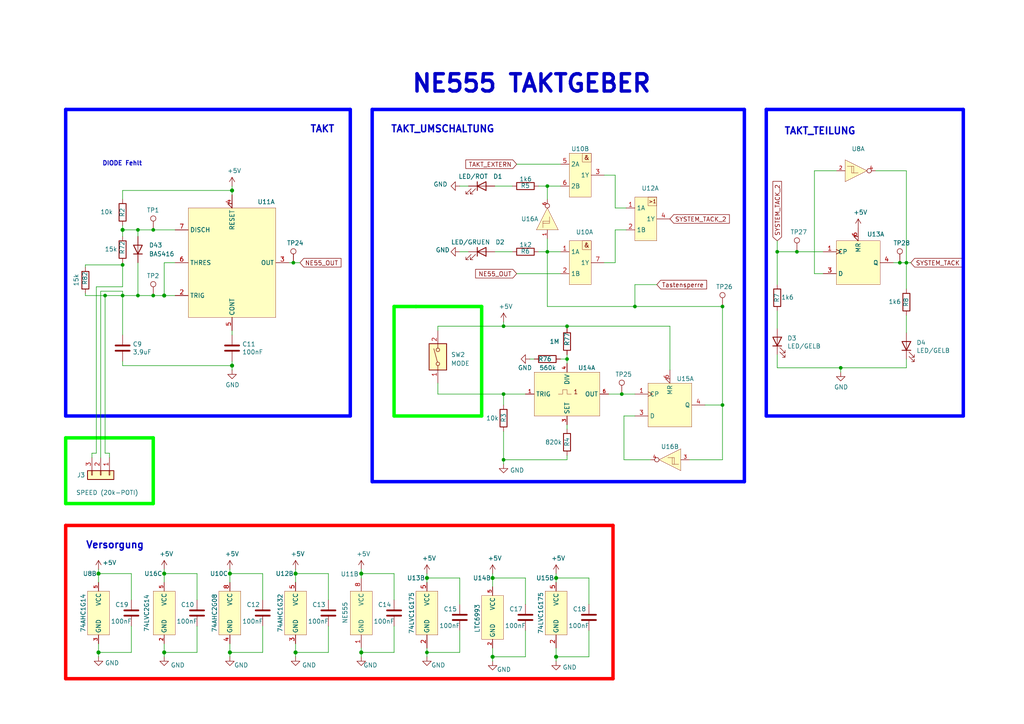
<source format=kicad_sch>
(kicad_sch (version 20210126) (generator eeschema)
  (paper "A4")
  (title_block (title "Kabeltester") (company "BMK Group") (comment 1 "Erstellt: Maximilian Hoffmann") (comment 2 "Geprüft: Robert Schulz"))
  (junction (at 28.575 166.37) (diameter 1.016))
  (junction (at 28.575 189.23) (diameter 1.016))
  (junction (at 30.48 85.725) (diameter 0.9144))
  (junction (at 35.56 66.675) (diameter 1.016))
  (junction (at 35.56 76.835) (diameter 0.9144))
  (junction (at 35.56 85.725) (diameter 0.9144))
  (junction (at 40.005 66.675) (diameter 0.9144))
  (junction (at 40.005 85.725) (diameter 0.9144))
  (junction (at 44.45 66.675) (diameter 0.9144))
  (junction (at 44.45 85.725) (diameter 0.9144))
  (junction (at 47.625 85.725) (diameter 1.016))
  (junction (at 47.625 166.37) (diameter 1.016))
  (junction (at 47.625 189.23) (diameter 1.016))
  (junction (at 66.675 166.37) (diameter 1.016))
  (junction (at 66.675 189.23) (diameter 1.016))
  (junction (at 67.31 55.245) (diameter 1.016))
  (junction (at 67.31 106.045) (diameter 1.016))
  (junction (at 85.09 76.2) (diameter 0.9144))
  (junction (at 85.725 166.37) (diameter 1.016))
  (junction (at 85.725 189.23) (diameter 1.016))
  (junction (at 104.775 166.37) (diameter 1.016))
  (junction (at 104.775 189.23) (diameter 1.016))
  (junction (at 123.825 167.64) (diameter 1.016))
  (junction (at 123.825 189.23) (diameter 0.9144))
  (junction (at 142.875 167.64) (diameter 1.016))
  (junction (at 142.875 190.5) (diameter 1.016))
  (junction (at 146.05 94.615) (diameter 0.9144))
  (junction (at 146.05 114.3) (diameter 0.9144))
  (junction (at 146.05 133.35) (diameter 0.9144))
  (junction (at 158.75 53.975) (diameter 0.9144))
  (junction (at 158.75 73.025) (diameter 0.9144))
  (junction (at 161.29 167.64) (diameter 1.016))
  (junction (at 161.29 190.5) (diameter 1.016))
  (junction (at 164.465 94.615) (diameter 0.9144))
  (junction (at 164.465 104.14) (diameter 0.9144))
  (junction (at 180.34 114.3) (diameter 0.9144))
  (junction (at 184.15 88.9) (diameter 0.9144))
  (junction (at 209.55 88.9) (diameter 0.9144))
  (junction (at 209.55 117.475) (diameter 0.9144))
  (junction (at 225.425 73.025) (diameter 0.9144))
  (junction (at 231.14 73.025) (diameter 0.9144))
  (junction (at 243.84 106.68) (diameter 0.9144))
  (junction (at 260.985 76.2) (diameter 0.9144))
  (junction (at 262.89 76.2) (diameter 0.9144))
  (wire (pts (xy 24.765 76.835) (xy 35.56 76.835)))
  (wire (pts (xy 24.765 77.47) (xy 24.765 76.835)))
  (wire (pts (xy 24.765 85.725) (xy 24.765 85.09)))
  (wire (pts (xy 24.765 85.725) (xy 30.48 85.725)))
  (wire (pts (xy 26.67 131.445) (xy 27.94 131.445)))
  (wire (pts (xy 26.67 132.715) (xy 26.67 131.445)))
  (wire (pts (xy 27.94 83.185) (xy 27.94 131.445)))
  (wire (pts (xy 27.94 83.185) (xy 35.56 83.185)))
  (wire (pts (xy 28.575 165.1) (xy 28.575 166.37)))
  (wire (pts (xy 28.575 166.37) (xy 28.575 168.91)))
  (wire (pts (xy 28.575 186.69) (xy 28.575 189.23)))
  (wire (pts (xy 28.575 189.23) (xy 28.575 190.5)))
  (wire (pts (xy 29.21 84.455) (xy 29.21 132.715)))
  (wire (pts (xy 29.21 84.455) (xy 35.56 84.455)))
  (wire (pts (xy 30.48 85.725) (xy 30.48 131.445)))
  (wire (pts (xy 30.48 85.725) (xy 35.56 85.725)))
  (wire (pts (xy 30.48 131.445) (xy 31.75 131.445)))
  (wire (pts (xy 31.75 131.445) (xy 31.75 132.715)))
  (wire (pts (xy 35.56 55.245) (xy 35.56 57.785)))
  (wire (pts (xy 35.56 55.245) (xy 67.31 55.245)))
  (wire (pts (xy 35.56 65.405) (xy 35.56 66.675)))
  (wire (pts (xy 35.56 66.675) (xy 35.56 68.58)))
  (wire (pts (xy 35.56 66.675) (xy 40.005 66.675)))
  (wire (pts (xy 35.56 76.2) (xy 35.56 76.835)))
  (wire (pts (xy 35.56 76.835) (xy 35.56 83.185)))
  (wire (pts (xy 35.56 84.455) (xy 35.56 85.725)))
  (wire (pts (xy 35.56 85.725) (xy 40.005 85.725)))
  (wire (pts (xy 35.56 97.155) (xy 35.56 85.725)))
  (wire (pts (xy 35.56 104.775) (xy 35.56 106.045)))
  (wire (pts (xy 35.56 106.045) (xy 67.31 106.045)))
  (wire (pts (xy 38.1 166.37) (xy 28.575 166.37)))
  (wire (pts (xy 38.1 173.99) (xy 38.1 166.37)))
  (wire (pts (xy 38.1 181.61) (xy 38.1 189.23)))
  (wire (pts (xy 38.1 189.23) (xy 28.575 189.23)))
  (wire (pts (xy 40.005 66.675) (xy 40.005 68.58)))
  (wire (pts (xy 40.005 66.675) (xy 44.45 66.675)))
  (wire (pts (xy 40.005 76.2) (xy 40.005 85.725)))
  (wire (pts (xy 40.005 85.725) (xy 44.45 85.725)))
  (wire (pts (xy 44.45 66.675) (xy 50.8 66.675)))
  (wire (pts (xy 44.45 85.725) (xy 47.625 85.725)))
  (wire (pts (xy 47.625 76.2) (xy 47.625 85.725)))
  (wire (pts (xy 47.625 85.725) (xy 50.8 85.725)))
  (wire (pts (xy 47.625 165.1) (xy 47.625 166.37)))
  (wire (pts (xy 47.625 166.37) (xy 47.625 168.91)))
  (wire (pts (xy 47.625 186.69) (xy 47.625 189.23)))
  (wire (pts (xy 47.625 189.23) (xy 47.625 190.5)))
  (wire (pts (xy 50.8 76.2) (xy 47.625 76.2)))
  (wire (pts (xy 57.15 166.37) (xy 47.625 166.37)))
  (wire (pts (xy 57.15 173.99) (xy 57.15 166.37)))
  (wire (pts (xy 57.15 181.61) (xy 57.15 189.23)))
  (wire (pts (xy 57.15 189.23) (xy 47.625 189.23)))
  (wire (pts (xy 66.675 165.1) (xy 66.675 166.37)))
  (wire (pts (xy 66.675 166.37) (xy 66.675 168.91)))
  (wire (pts (xy 66.675 186.69) (xy 66.675 189.23)))
  (wire (pts (xy 66.675 189.23) (xy 66.675 190.5)))
  (wire (pts (xy 67.31 53.975) (xy 67.31 55.245)))
  (wire (pts (xy 67.31 55.245) (xy 67.31 56.515)))
  (wire (pts (xy 67.31 95.885) (xy 67.31 97.155)))
  (wire (pts (xy 67.31 104.775) (xy 67.31 106.045)))
  (wire (pts (xy 67.31 106.045) (xy 67.31 107.315)))
  (wire (pts (xy 76.2 166.37) (xy 66.675 166.37)))
  (wire (pts (xy 76.2 173.99) (xy 76.2 166.37)))
  (wire (pts (xy 76.2 181.61) (xy 76.2 189.23)))
  (wire (pts (xy 76.2 189.23) (xy 66.675 189.23)))
  (wire (pts (xy 83.82 76.2) (xy 85.09 76.2)))
  (wire (pts (xy 85.09 76.2) (xy 86.995 76.2)))
  (wire (pts (xy 85.725 165.1) (xy 85.725 166.37)))
  (wire (pts (xy 85.725 166.37) (xy 85.725 168.91)))
  (wire (pts (xy 85.725 186.69) (xy 85.725 189.23)))
  (wire (pts (xy 85.725 189.23) (xy 85.725 190.5)))
  (wire (pts (xy 95.25 166.37) (xy 85.725 166.37)))
  (wire (pts (xy 95.25 173.99) (xy 95.25 166.37)))
  (wire (pts (xy 95.25 181.61) (xy 95.25 189.23)))
  (wire (pts (xy 95.25 189.23) (xy 85.725 189.23)))
  (wire (pts (xy 104.775 165.1) (xy 104.775 166.37)))
  (wire (pts (xy 104.775 166.37) (xy 104.775 167.64)))
  (wire (pts (xy 104.775 187.96) (xy 104.775 189.23)))
  (wire (pts (xy 104.775 189.23) (xy 104.775 190.5)))
  (wire (pts (xy 114.3 166.37) (xy 104.775 166.37)))
  (wire (pts (xy 114.3 173.99) (xy 114.3 166.37)))
  (wire (pts (xy 114.3 181.61) (xy 114.3 189.23)))
  (wire (pts (xy 114.3 189.23) (xy 104.775 189.23)))
  (wire (pts (xy 123.825 166.37) (xy 123.825 167.64)))
  (wire (pts (xy 123.825 167.64) (xy 123.825 168.91)))
  (wire (pts (xy 123.825 187.96) (xy 123.825 189.23)))
  (wire (pts (xy 123.825 189.23) (xy 123.825 190.5)))
  (wire (pts (xy 123.825 189.23) (xy 133.35 189.23)))
  (wire (pts (xy 127 94.615) (xy 146.05 94.615)))
  (wire (pts (xy 127 95.885) (xy 127 94.615)))
  (wire (pts (xy 127 114.3) (xy 127 111.125)))
  (wire (pts (xy 127 114.3) (xy 146.05 114.3)))
  (wire (pts (xy 133.35 167.64) (xy 123.825 167.64)))
  (wire (pts (xy 133.35 175.26) (xy 133.35 167.64)))
  (wire (pts (xy 133.35 182.88) (xy 133.35 189.23)))
  (wire (pts (xy 135.89 53.975) (xy 133.35 53.975)))
  (wire (pts (xy 135.89 73.025) (xy 133.35 73.025)))
  (wire (pts (xy 142.875 166.37) (xy 142.875 167.64)))
  (wire (pts (xy 142.875 167.64) (xy 142.875 170.18)))
  (wire (pts (xy 142.875 187.96) (xy 142.875 190.5)))
  (wire (pts (xy 142.875 190.5) (xy 142.875 191.77)))
  (wire (pts (xy 146.05 93.345) (xy 146.05 94.615)))
  (wire (pts (xy 146.05 94.615) (xy 164.465 94.615)))
  (wire (pts (xy 146.05 114.3) (xy 146.05 117.475)))
  (wire (pts (xy 146.05 114.3) (xy 152.4 114.3)))
  (wire (pts (xy 146.05 133.35) (xy 146.05 125.095)))
  (wire (pts (xy 146.05 133.35) (xy 146.05 134.62)))
  (wire (pts (xy 146.05 133.35) (xy 164.465 133.35)))
  (wire (pts (xy 148.59 53.975) (xy 143.51 53.975)))
  (wire (pts (xy 148.59 73.025) (xy 143.51 73.025)))
  (wire (pts (xy 149.86 47.625) (xy 162.56 47.625)))
  (wire (pts (xy 149.86 79.375) (xy 162.56 79.375)))
  (wire (pts (xy 152.4 167.64) (xy 142.875 167.64)))
  (wire (pts (xy 152.4 175.26) (xy 152.4 167.64)))
  (wire (pts (xy 152.4 182.88) (xy 152.4 190.5)))
  (wire (pts (xy 152.4 190.5) (xy 142.875 190.5)))
  (wire (pts (xy 153.67 104.14) (xy 154.94 104.14)))
  (wire (pts (xy 156.21 53.975) (xy 158.75 53.975)))
  (wire (pts (xy 156.21 73.025) (xy 158.75 73.025)))
  (wire (pts (xy 158.75 53.975) (xy 162.56 53.975)))
  (wire (pts (xy 158.75 57.785) (xy 158.75 53.975)))
  (wire (pts (xy 158.75 69.215) (xy 158.75 73.025)))
  (wire (pts (xy 158.75 73.025) (xy 158.75 88.9)))
  (wire (pts (xy 158.75 73.025) (xy 162.56 73.025)))
  (wire (pts (xy 158.75 88.9) (xy 184.15 88.9)))
  (wire (pts (xy 161.29 166.37) (xy 161.29 167.64)))
  (wire (pts (xy 161.29 167.64) (xy 161.29 168.91)))
  (wire (pts (xy 161.29 187.96) (xy 161.29 190.5)))
  (wire (pts (xy 161.29 190.5) (xy 161.29 191.77)))
  (wire (pts (xy 162.56 104.14) (xy 164.465 104.14)))
  (wire (pts (xy 164.465 94.615) (xy 164.465 95.25)))
  (wire (pts (xy 164.465 94.615) (xy 194.31 94.615)))
  (wire (pts (xy 164.465 102.87) (xy 164.465 104.14)))
  (wire (pts (xy 164.465 104.14) (xy 164.465 105.41)))
  (wire (pts (xy 164.465 123.19) (xy 164.465 124.46)))
  (wire (pts (xy 164.465 132.08) (xy 164.465 133.35)))
  (wire (pts (xy 170.815 167.64) (xy 161.29 167.64)))
  (wire (pts (xy 170.815 175.26) (xy 170.815 167.64)))
  (wire (pts (xy 170.815 182.88) (xy 170.815 190.5)))
  (wire (pts (xy 170.815 190.5) (xy 161.29 190.5)))
  (wire (pts (xy 175.26 50.8) (xy 178.435 50.8)))
  (wire (pts (xy 175.26 76.2) (xy 178.435 76.2)))
  (wire (pts (xy 176.53 114.3) (xy 180.34 114.3)))
  (wire (pts (xy 178.435 50.8) (xy 178.435 60.325)))
  (wire (pts (xy 178.435 60.325) (xy 181.61 60.325)))
  (wire (pts (xy 178.435 66.675) (xy 181.61 66.675)))
  (wire (pts (xy 178.435 76.2) (xy 178.435 66.675)))
  (wire (pts (xy 180.34 114.3) (xy 184.15 114.3)))
  (wire (pts (xy 180.975 120.65) (xy 180.975 133.35)))
  (wire (pts (xy 180.975 133.35) (xy 188.595 133.35)))
  (wire (pts (xy 184.15 82.55) (xy 184.15 88.9)))
  (wire (pts (xy 184.15 82.55) (xy 190.5 82.55)))
  (wire (pts (xy 184.15 88.9) (xy 209.55 88.9)))
  (wire (pts (xy 184.15 120.65) (xy 180.975 120.65)))
  (wire (pts (xy 194.31 107.315) (xy 194.31 94.615)))
  (wire (pts (xy 200.025 133.35) (xy 209.55 133.35)))
  (wire (pts (xy 204.47 117.475) (xy 209.55 117.475)))
  (wire (pts (xy 209.55 88.9) (xy 209.55 117.475)))
  (wire (pts (xy 209.55 133.35) (xy 209.55 117.475)))
  (wire (pts (xy 225.425 69.85) (xy 225.425 73.025)))
  (wire (pts (xy 225.425 73.025) (xy 225.425 82.55)))
  (wire (pts (xy 225.425 73.025) (xy 231.14 73.025)))
  (wire (pts (xy 225.425 90.17) (xy 225.425 95.25)))
  (wire (pts (xy 225.425 102.87) (xy 225.425 106.68)))
  (wire (pts (xy 225.425 106.68) (xy 243.84 106.68)))
  (wire (pts (xy 231.14 73.025) (xy 238.76 73.025)))
  (wire (pts (xy 236.22 49.53) (xy 236.22 79.375)))
  (wire (pts (xy 238.76 79.375) (xy 236.22 79.375)))
  (wire (pts (xy 242.57 49.53) (xy 236.22 49.53)))
  (wire (pts (xy 243.84 106.68) (xy 243.84 107.95)))
  (wire (pts (xy 243.84 106.68) (xy 262.89 106.68)))
  (wire (pts (xy 254 49.53) (xy 262.89 49.53)))
  (wire (pts (xy 259.08 76.2) (xy 260.985 76.2)))
  (wire (pts (xy 260.985 76.2) (xy 262.89 76.2)))
  (wire (pts (xy 262.89 49.53) (xy 262.89 76.2)))
  (wire (pts (xy 262.89 76.2) (xy 262.89 83.82)))
  (wire (pts (xy 262.89 76.2) (xy 264.16 76.2)))
  (wire (pts (xy 262.89 91.44) (xy 262.89 96.52)))
  (wire (pts (xy 262.89 106.68) (xy 262.89 104.14)))
  (polyline (pts (xy 19.05 31.75) (xy 19.05 120.65)) (stroke (width 1) (type solid) (color 0 0 255 1)))
  (polyline (pts (xy 19.05 31.75) (xy 101.6 31.75)) (stroke (width 1) (type solid) (color 0 0 255 1)))
  (polyline (pts (xy 19.05 120.65) (xy 101.6 120.65)) (stroke (width 1) (type solid) (color 0 0 255 1)))
  (polyline (pts (xy 19.05 127) (xy 19.05 146.05)) (stroke (width 1) (type solid) (color 0 255 0 1)))
  (polyline (pts (xy 19.05 127) (xy 44.45 127)) (stroke (width 1) (type solid) (color 0 255 0 1)))
  (polyline (pts (xy 19.05 152.4) (xy 19.05 196.85)) (stroke (width 1) (type solid) (color 255 0 0 1)))
  (polyline (pts (xy 19.05 152.4) (xy 177.8 152.4)) (stroke (width 1) (type solid) (color 255 0 0 1)))
  (polyline (pts (xy 44.45 127) (xy 44.45 146.05)) (stroke (width 1) (type solid) (color 0 255 0 1)))
  (polyline (pts (xy 44.45 146.05) (xy 19.05 146.05)) (stroke (width 1) (type solid) (color 0 255 0 1)))
  (polyline (pts (xy 101.6 31.75) (xy 101.6 120.65)) (stroke (width 1) (type solid) (color 0 0 255 1)))
  (polyline (pts (xy 107.95 31.75) (xy 107.95 139.7)) (stroke (width 1) (type solid) (color 0 0 255 1)))
  (polyline (pts (xy 107.95 31.75) (xy 215.9 31.75)) (stroke (width 1) (type solid) (color 0 0 255 1)))
  (polyline (pts (xy 107.95 139.7) (xy 215.9 139.7)) (stroke (width 1) (type solid) (color 0 0 255 1)))
  (polyline (pts (xy 114.3 88.9) (xy 120.65 88.9)) (stroke (width 1) (type solid) (color 0 255 0 1)))
  (polyline (pts (xy 114.3 120.65) (xy 114.3 88.9)) (stroke (width 1) (type solid) (color 0 255 0 1)))
  (polyline (pts (xy 114.3 120.65) (xy 139.7 120.65)) (stroke (width 1) (type solid) (color 0 255 0 1)))
  (polyline (pts (xy 120.65 88.9) (xy 139.7 88.9)) (stroke (width 1) (type solid) (color 0 255 0 1)))
  (polyline (pts (xy 139.7 88.9) (xy 139.7 120.65)) (stroke (width 1) (type solid) (color 0 255 0 1)))
  (polyline (pts (xy 177.8 152.4) (xy 177.8 196.85)) (stroke (width 1) (type solid) (color 255 0 0 1)))
  (polyline (pts (xy 177.8 196.85) (xy 19.05 196.85)) (stroke (width 1) (type solid) (color 255 0 0 1)))
  (polyline (pts (xy 215.9 31.75) (xy 215.9 139.7)) (stroke (width 1) (type solid) (color 0 0 255 1)))
  (polyline (pts (xy 222.25 31.75) (xy 222.25 120.65)) (stroke (width 1) (type solid) (color 0 0 255 1)))
  (polyline (pts (xy 222.25 31.75) (xy 279.4 31.75)) (stroke (width 1) (type solid) (color 0 0 255 1)))
  (polyline (pts (xy 222.25 120.65) (xy 279.4 120.65)) (stroke (width 1) (type solid) (color 0 0 255 1)))
  (polyline (pts (xy 279.4 31.75) (xy 279.4 120.65)) (stroke (width 1) (type solid) (color 0 0 255 1)))
  (text "DIODE Fehlt\n" (at 41.275 48.26 180) (effects (font (size 1.27 1.27) (thickness 0.254) bold) (justify right bottom)))
  (text "Versorgung" (at 41.91 159.385 180) (effects (font (size 2 2) (thickness 0.4) bold) (justify right bottom)))
  (text "TAKT\n" (at 97.155 38.735 180) (effects (font (size 2 2) (thickness 0.4) bold) (justify right bottom)))
  (text "TAKT_UMSCHALTUNG\n" (at 143.51 38.735 180) (effects (font (size 2 2) (thickness 0.4) bold) (justify right bottom)))
  (text "NE555 TAKTGEBER\n" (at 189.23 27.305 180) (effects (font (size 5 5) (thickness 1) bold) (justify right bottom)))
  (text "TAKT_TEILUNG\n\n" (at 248.285 42.545 180) (effects (font (size 2 2) (thickness 0.4) bold) (justify right bottom)))
  (global_label "NE55_OUT" (shape input) (at 86.995 76.2 0) (property "Intersheet References" "${INTERSHEET_REFS}" (effects hide)))
  (global_label "TAKT_EXTERN" (shape input) (at 149.86 47.625 180) (property "Intersheet References" "${INTERSHEET_REFS}" (effects hide)))
  (global_label "NE55_OUT" (shape input) (at 149.86 79.375 180) (property "Intersheet References" "${INTERSHEET_REFS}" (effects hide)))
  (global_label "Tastensperre" (shape input) (at 190.5 82.55 0) (property "Intersheet References" "${INTERSHEET_REFS}" (effects hide)))
  (global_label "SYSTEM_TACK_2" (shape input) (at 194.31 63.5 0) (property "Intersheet References" "${INTERSHEET_REFS}" (effects hide)))
  (global_label "SYSTEM_TACK_2" (shape input) (at 225.425 69.85 90) (property "Intersheet References" "${INTERSHEET_REFS}" (effects hide)))
  (global_label "SYSTEM_TACK" (shape input) (at 264.16 76.2 0) (property "Intersheet References" "${INTERSHEET_REFS}" (effects hide)))
  (symbol (lib_id "Connector:TestPoint") (at 44.45 66.675 0) (unit 1)
    (property "Reference" "TP1" (at 42.545 60.96 0) (effects (justify left)))
    (property "Value" "TestPoint" (effects hide))
    (property "Footprint" "TestPoint:TestPoint_Pad_D1.0mm" (effects hide))
    (property "BMK-Nr" "-" (effects hide))
    (property "Mouser" "-" (effects hide))
  )
  (symbol (lib_id "Connector:TestPoint") (at 44.45 85.725 0) (unit 1)
    (property "Reference" "TP2" (at 42.545 80.01 0) (effects (justify left)))
    (property "Value" "TestPoint" (effects hide))
    (property "Footprint" "TestPoint:TestPoint_Pad_D1.0mm" (effects hide))
    (property "BMK-Nr" "-" (effects hide))
    (property "Mouser" "-" (effects hide))
  )
  (symbol (lib_id "Connector:TestPoint") (at 85.09 76.2 0) (unit 1)
    (property "Reference" "TP24" (at 83.185 70.485 0) (effects (justify left)))
    (property "Value" "TestPoint" (effects hide))
    (property "Footprint" "TestPoint:TestPoint_Pad_D1.0mm" (effects hide))
    (property "BMK-Nr" "-" (effects hide))
    (property "Mouser" "-" (effects hide))
  )
  (symbol (lib_id "Connector:TestPoint") (at 180.34 114.3 0) (unit 1)
    (property "Reference" "TP25" (at 178.435 108.585 0) (effects (justify left)))
    (property "Value" "TestPoint" (effects hide))
    (property "Footprint" "TestPoint:TestPoint_Pad_D1.0mm" (effects hide))
    (property "BMK-Nr" "-" (effects hide))
    (property "Mouser" "-" (effects hide))
  )
  (symbol (lib_id "Connector:TestPoint") (at 209.55 88.9 0) (unit 1)
    (property "Reference" "TP26" (at 207.645 83.185 0) (effects (justify left)))
    (property "Value" "TestPoint" (effects hide))
    (property "Footprint" "TestPoint:TestPoint_Pad_D1.0mm" (effects hide))
    (property "BMK-Nr" "-" (effects hide))
    (property "Mouser" "-" (effects hide))
  )
  (symbol (lib_id "Connector:TestPoint") (at 231.14 73.025 0) (unit 1)
    (property "Reference" "TP27" (at 229.235 67.31 0) (effects (justify left)))
    (property "Value" "TestPoint" (effects hide))
    (property "Footprint" "TestPoint:TestPoint_Pad_D1.0mm" (effects hide))
    (property "BMK-Nr" "-" (effects hide))
    (property "Mouser" "-" (effects hide))
  )
  (symbol (lib_id "Connector:TestPoint") (at 260.985 76.2 0) (unit 1)
    (property "Reference" "TP28" (at 259.08 70.485 0) (effects (justify left)))
    (property "Value" "TestPoint" (effects hide))
    (property "Footprint" "TestPoint:TestPoint_Pad_D1.0mm" (effects hide))
    (property "BMK-Nr" "-" (effects hide))
    (property "Mouser" "-" (effects hide))
  )
  (symbol (lib_id "power:+5V") (at 28.575 165.1 0) (unit 1)
    (property "Reference" "#PWR049" (effects hide))
    (property "Value" "+5V" (at 31.75 163.195 0))
  )
  (symbol (lib_id "power:+5V") (at 47.625 165.1 0) (unit 1)
    (property "Reference" "#PWR027" (effects hide))
    (property "Value" "+5V" (at 48.26 160.655 0))
  )
  (symbol (lib_id "power:+5V") (at 66.675 165.1 0) (unit 1)
    (property "Reference" "#PWR029" (effects hide))
    (property "Value" "+5V" (at 67.31 160.655 0))
  )
  (symbol (lib_id "power:+5V") (at 67.31 53.975 0) (unit 1)
    (property "Reference" "#PWR031" (effects hide))
    (property "Value" "+5V" (at 67.945 49.53 0))
  )
  (symbol (lib_id "power:+5V") (at 85.725 165.1 0) (unit 1)
    (property "Reference" "#PWR033" (effects hide))
    (property "Value" "+5V" (at 86.36 160.655 0))
  )
  (symbol (lib_id "power:+5V") (at 104.775 165.1 0) (unit 1)
    (property "Reference" "#PWR035" (effects hide))
    (property "Value" "+5V" (at 105.41 160.655 0))
  )
  (symbol (lib_id "power:+5V") (at 123.825 166.37 0) (unit 1)
    (property "Reference" "#PWR039" (effects hide))
    (property "Value" "+5V" (at 124.46 161.925 0))
  )
  (symbol (lib_id "power:+5V") (at 142.875 166.37 0) (unit 1)
    (property "Reference" "#PWR043" (effects hide))
    (property "Value" "+5V" (at 143.51 161.925 0))
  )
  (symbol (lib_id "power:+5V") (at 146.05 93.345 0) (unit 1)
    (property "Reference" "#PWR037" (effects hide))
    (property "Value" "+5V" (at 146.685 88.9 0))
  )
  (symbol (lib_id "power:+5V") (at 161.29 166.37 0) (unit 1)
    (property "Reference" "#PWR045" (effects hide))
    (property "Value" "+5V" (at 161.925 161.925 0))
  )
  (symbol (lib_id "power:+5V") (at 248.92 66.04 0) (unit 1)
    (property "Reference" "#PWR048" (effects hide))
    (property "Value" "+5V" (at 249.555 61.595 0))
  )
  (symbol (lib_id "power:GND") (at 28.575 190.5 0) (unit 1)
    (property "Reference" "#PWR050" (effects hide))
    (property "Value" "GND" (at 32.4993 192.2844 0))
  )
  (symbol (lib_id "power:GND") (at 47.625 190.5 0) (unit 1)
    (property "Reference" "#PWR028" (effects hide))
    (property "Value" "GND" (at 51.5493 192.9194 0))
  )
  (symbol (lib_id "power:GND") (at 66.675 190.5 0) (unit 1)
    (property "Reference" "#PWR030" (effects hide))
    (property "Value" "GND" (at 69.9643 192.9194 0))
  )
  (symbol (lib_id "power:GND") (at 67.31 107.315 0) (unit 1)
    (property "Reference" "#PWR032" (effects hide))
    (property "Value" "GND" (at 67.4243 111.6394 0))
  )
  (symbol (lib_id "power:GND") (at 85.725 190.5 0) (unit 1)
    (property "Reference" "#PWR034" (effects hide))
    (property "Value" "GND" (at 89.6493 192.9194 0))
  )
  (symbol (lib_id "power:GND") (at 104.775 190.5 0) (unit 1)
    (property "Reference" "#PWR036" (effects hide))
    (property "Value" "GND" (at 107.4293 192.9194 0))
  )
  (symbol (lib_id "power:GND") (at 123.825 190.5 0) (unit 1)
    (property "Reference" "#PWR040" (effects hide))
    (property "Value" "GND" (at 127.1143 192.9194 0))
  )
  (symbol (lib_id "power:GND") (at 133.35 53.975 270) (unit 1)
    (property "Reference" "#PWR041" (effects hide))
    (property "Value" "GND" (at 127.7556 53.4543 90))
  )
  (symbol (lib_id "power:GND") (at 133.35 73.025 270) (unit 1)
    (property "Reference" "#PWR042" (effects hide))
    (property "Value" "GND" (at 128.3906 72.5043 90))
  )
  (symbol (lib_id "power:GND") (at 142.875 191.77 0) (unit 1)
    (property "Reference" "#PWR044" (effects hide))
    (property "Value" "GND" (at 146.1643 194.1894 0))
  )
  (symbol (lib_id "power:GND") (at 146.05 134.62 0) (unit 1)
    (property "Reference" "#PWR038" (effects hide))
    (property "Value" "GND" (at 149.9743 136.4044 0))
  )
  (symbol (lib_id "power:GND") (at 153.67 104.14 270) (unit 1)
    (property "Reference" "#PWR0144" (effects hide))
    (property "Value" "GND" (at 154.305 106.68 90) (effects (justify right)))
  )
  (symbol (lib_id "power:GND") (at 161.29 191.77 0) (unit 1)
    (property "Reference" "#PWR046" (effects hide))
    (property "Value" "GND" (at 165.2143 193.5544 0))
  )
  (symbol (lib_id "power:GND") (at 243.84 107.95 0) (unit 1)
    (property "Reference" "#PWR047" (effects hide))
    (property "Value" "GND" (at 243.9543 112.2744 0))
  )
  (symbol (lib_name "Device:R_7") (lib_id "Device:R") (at 24.765 81.28 0) (unit 1)
    (property "Reference" "R82" (at 24.6381 82.6706 90) (effects (justify left)))
    (property "Value" "15k" (at 22.098 83.064 90) (effects (justify left)))
    (property "Footprint" "Resistor_SMD:R_0603_1608Metric_Pad0.98x0.95mm_HandSolder" (effects hide))
    (property "BMK-Nr" "BS" (effects hide))
    (property "Mouser" "-" (effects hide))
  )
  (symbol (lib_name "Device:R_1") (lib_id "Device:R") (at 35.56 61.595 0) (unit 1)
    (property "Reference" "R2" (at 35.4331 62.9856 90) (effects (justify left)))
    (property "Value" "10k" (at 29.083 61.474 0) (effects (justify left)))
    (property "Footprint" "Resistor_SMD:R_0603_1608Metric_Pad0.98x0.95mm_HandSolder" (effects hide))
    (property "BMK-Nr" "BS" (effects hide))
    (property "Mouser" "-" (effects hide))
  )
  (symbol (lib_name "Device:R_7") (lib_id "Device:R") (at 35.56 72.39 0) (unit 1)
    (property "Reference" "R72" (at 35.4331 73.7806 90) (effects (justify left)))
    (property "Value" "15k" (at 30.353 72.269 0) (effects (justify left)))
    (property "Footprint" "Resistor_SMD:R_0603_1608Metric_Pad0.98x0.95mm_HandSolder" (effects hide))
    (property "BMK-Nr" "BS" (effects hide))
    (property "Mouser" "-" (effects hide))
  )
  (symbol (lib_name "Device:R_8") (lib_id "Device:R") (at 146.05 121.285 0) (unit 1)
    (property "Reference" "R3" (at 146.05 122.555 90) (effects (justify left)))
    (property "Value" "10k" (at 140.97 121.285 0) (effects (justify left)))
    (property "Footprint" "Resistor_SMD:R_0603_1608Metric_Pad0.98x0.95mm_HandSolder" (effects hide))
    (property "BMK-Nr" "BS" (effects hide))
    (property "Mouser" "-" (effects hide))
  )
  (symbol (lib_name "Device:R_2") (lib_id "Device:R") (at 152.4 53.975 270) (unit 1)
    (property "Reference" "R5" (at 151.0094 53.8481 90) (effects (justify left)))
    (property "Value" "1k6" (at 150.616 51.943 90) (effects (justify left)))
    (property "Footprint" "Resistor_SMD:R_0603_1608Metric_Pad0.98x0.95mm_HandSolder" (effects hide))
    (property "BMK-Nr" "BS" (effects hide))
    (property "Mouser" "-" (effects hide))
  )
  (symbol (lib_name "Device:R_3") (lib_id "Device:R") (at 152.4 73.025 270) (unit 1)
    (property "Reference" "R6" (at 151.0094 72.8981 90) (effects (justify left)))
    (property "Value" "1k2" (at 150.616 70.993 90) (effects (justify left)))
    (property "Footprint" "Resistor_SMD:R_0603_1608Metric_Pad0.98x0.95mm_HandSolder" (effects hide))
    (property "BMK-Nr" "BS" (effects hide))
    (property "Mouser" "-" (effects hide))
  )
  (symbol (lib_name "Device:R_9") (lib_id "Device:R") (at 158.75 104.14 90) (unit 1)
    (property "Reference" "R76" (at 160.02 104.14 90) (effects (justify left)))
    (property "Value" "560k" (at 161.29 106.68 90) (effects (justify left)))
    (property "Footprint" "Resistor_SMD:R_0603_1608Metric_Pad0.98x0.95mm_HandSolder" (effects hide))
    (property "BMK-Nr" "BS" (effects hide))
    (property "Mouser" "-" (effects hide))
  )
  (symbol (lib_name "Device:R_5") (lib_id "Device:R") (at 164.465 99.06 0) (unit 1)
    (property "Reference" "R77" (at 164.465 100.33 90) (effects (justify left)))
    (property "Value" "1M" (at 159.385 99.06 0) (effects (justify left)))
    (property "Footprint" "Resistor_SMD:R_0603_1608Metric_Pad0.98x0.95mm_HandSolder" (effects hide))
    (property "BMK-Nr" "BS" (effects hide))
    (property "Mouser" "-" (effects hide))
  )
  (symbol (lib_name "Device:R_4") (lib_id "Device:R") (at 164.465 128.27 0) (unit 1)
    (property "Reference" "R4" (at 164.465 129.54 90) (effects (justify left)))
    (property "Value" "820k" (at 158.115 128.27 0) (effects (justify left)))
    (property "Footprint" "Resistor_SMD:R_0603_1608Metric_Pad0.98x0.95mm_HandSolder" (effects hide))
    (property "BMK-Nr" "BS" (effects hide))
    (property "Mouser" "-" (effects hide))
  )
  (symbol (lib_name "Device:R_6") (lib_id "Device:R") (at 225.425 86.36 0) (unit 1)
    (property "Reference" "R7" (at 225.2981 87.7506 90) (effects (justify left)))
    (property "Value" "1k6" (at 226.568 86.239 0) (effects (justify left)))
    (property "Footprint" "Resistor_SMD:R_0603_1608Metric_Pad0.98x0.95mm_HandSolder" (effects hide))
    (property "BMK-Nr" "BS" (effects hide))
    (property "Mouser" "-" (effects hide))
  )
  (symbol (lib_id "Device:R") (at 262.89 87.63 0) (unit 1)
    (property "Reference" "R8" (at 262.7631 89.0206 90) (effects (justify left)))
    (property "Value" "1k6" (at 257.683 87.509 0) (effects (justify left)))
    (property "Footprint" "Resistor_SMD:R_0603_1608Metric_Pad0.98x0.95mm_HandSolder" (effects hide))
    (property "BMK-Nr" "BS" (effects hide))
    (property "Mouser" "-" (effects hide))
  )
  (symbol (lib_id "Device:D") (at 40.005 72.39 90) (unit 1)
    (property "Reference" "D43" (at 43.18 71.12 90) (effects (justify right)))
    (property "Value" "BAS416" (at 43.18 73.66 90) (effects (justify right)))
    (property "Footprint" "Diode_SMD:D_0805_2012Metric_Pad1.15x1.40mm_HandSolder" (effects hide))
    (property "BMK-Nr" "08-5493" (effects hide))
  )
  (symbol (lib_id "Device:LED") (at 139.7 53.975 0) (unit 1)
    (property "Reference" "D1" (at 145.7389 51.1811 0) (effects (justify right)))
    (property "Value" "LED/ROT" (at 141.535 51.181 0) (effects (justify right)))
    (property "Footprint" "LED_SMD:LED_0603_1608Metric_Pad1.05x0.95mm_HandSolder" (effects hide))
    (property "BMK-Nr" "08-8617" (effects hide))
    (property "Mouser" "604-APT1608LSECKJ3RV" (effects hide))
  )
  (symbol (lib_id "Device:LED") (at 139.7 73.025 0) (unit 1)
    (property "Reference" "D2" (at 146.3739 70.2311 0) (effects (justify right)))
    (property "Value" "LED/GRUEN" (at 142.17 70.231 0) (effects (justify right)))
    (property "Footprint" "LED_SMD:LED_0603_1608Metric_Pad1.05x0.95mm_HandSolder" (effects hide))
    (property "BMK-Nr" "08-8620" (effects hide))
    (property "Mouser" "604-APT1608LZGCK" (effects hide))
  )
  (symbol (lib_id "Device:LED") (at 225.425 99.06 90) (unit 1)
    (property "Reference" "D3" (at 228.3461 98.1011 90) (effects (justify right)))
    (property "Value" "LED/GELB" (at 228.346 100.4 90) (effects (justify right)))
    (property "Footprint" "LED_SMD:LED_0603_1608Metric_Pad1.05x0.95mm_HandSolder" (effects hide))
    (property "BMK-Nr" "08-8619" (effects hide))
    (property "Mouser" "604-APT1608LSYCKJ3RV" (effects hide))
  )
  (symbol (lib_id "Device:LED") (at 262.89 100.33 90) (unit 1)
    (property "Reference" "D4" (at 265.8111 99.3711 90) (effects (justify right)))
    (property "Value" "LED/GELB" (at 265.811 101.67 90) (effects (justify right)))
    (property "Footprint" "LED_SMD:LED_0603_1608Metric_Pad1.05x0.95mm_HandSolder" (effects hide))
    (property "BMK-Nr" "08-8619" (effects hide))
    (property "Mouser" "604-APT1608LSYCKJ3RV" (effects hide))
  )
  (symbol (lib_name "Device:C_8") (lib_id "Device:C") (at 35.56 100.965 0) (unit 1)
    (property "Reference" "C9" (at 38.4811 99.8156 0) (effects (justify left)))
    (property "Value" "3,9uF" (at 38.481 102.114 0) (effects (justify left)))
    (property "Footprint" "Capacitor_SMD:C_0805_2012Metric_Pad1.18x1.45mm_HandSolder" (effects hide))
    (property "BMK-Nr" "BS" (effects hide))
  )
  (symbol (lib_name "Device:C_10") (lib_id "Device:C") (at 38.1 177.8 0) (unit 1)
    (property "Reference" "C19" (at 33.4011 175.3806 0) (effects (justify left)))
    (property "Value" "100nF" (at 32.131 180.219 0) (effects (justify left)))
    (property "Footprint" "Capacitor_SMD:C_0603_1608Metric_Pad1.08x0.95mm_HandSolder" (effects hide))
    (property "BMK-Nr" "BS" (effects hide))
  )
  (symbol (lib_name "Device:C_3") (lib_id "Device:C") (at 57.15 177.8 0) (unit 1)
    (property "Reference" "C10" (at 52.4511 175.3806 0) (effects (justify left)))
    (property "Value" "100nF" (at 51.181 180.219 0) (effects (justify left)))
    (property "Footprint" "Capacitor_SMD:C_0603_1608Metric_Pad1.08x0.95mm_HandSolder" (effects hide))
    (property "BMK-Nr" "BS" (effects hide))
  )
  (symbol (lib_name "Device:C_1") (lib_id "Device:C") (at 67.31 100.965 0) (unit 1)
    (property "Reference" "C11" (at 70.2311 99.8156 0) (effects (justify left)))
    (property "Value" "100nF" (at 70.231 102.114 0) (effects (justify left)))
    (property "Footprint" "Capacitor_SMD:C_0603_1608Metric_Pad1.08x0.95mm_HandSolder" (effects hide))
    (property "BMK-Nr" "BS" (effects hide))
  )
  (symbol (lib_name "Device:C_6") (lib_id "Device:C") (at 76.2 177.8 0) (unit 1)
    (property "Reference" "C12" (at 71.5011 175.3806 0) (effects (justify left)))
    (property "Value" "100nF" (at 70.231 180.219 0) (effects (justify left)))
    (property "Footprint" "Capacitor_SMD:C_0603_1608Metric_Pad1.08x0.95mm_HandSolder" (effects hide))
    (property "BMK-Nr" "BS" (effects hide))
  )
  (symbol (lib_name "Device:C_4") (lib_id "Device:C") (at 95.25 177.8 0) (unit 1)
    (property "Reference" "C13" (at 90.5511 175.3806 0) (effects (justify left)))
    (property "Value" "100nF" (at 89.281 180.219 0) (effects (justify left)))
    (property "Footprint" "Capacitor_SMD:C_0603_1608Metric_Pad1.08x0.95mm_HandSolder" (effects hide))
    (property "BMK-Nr" "BS" (effects hide))
  )
  (symbol (lib_name "Device:C_5") (lib_id "Device:C") (at 114.3 177.8 0) (unit 1)
    (property "Reference" "C14" (at 109.6011 175.3806 0) (effects (justify left)))
    (property "Value" "100nF" (at 108.331 180.219 0) (effects (justify left)))
    (property "Footprint" "Capacitor_SMD:C_0603_1608Metric_Pad1.08x0.95mm_HandSolder" (effects hide))
    (property "BMK-Nr" "BS" (effects hide))
  )
  (symbol (lib_name "Device:C_2") (lib_id "Device:C") (at 133.35 179.07 0) (unit 1)
    (property "Reference" "C15" (at 128.6511 176.6506 0) (effects (justify left)))
    (property "Value" "100nF" (at 127.381 181.489 0) (effects (justify left)))
    (property "Footprint" "Capacitor_SMD:C_0603_1608Metric_Pad1.08x0.95mm_HandSolder" (effects hide))
    (property "BMK-Nr" "BS" (effects hide))
  )
  (symbol (lib_id "Device:C") (at 152.4 179.07 0) (unit 1)
    (property "Reference" "C17" (at 147.7011 176.6506 0) (effects (justify left)))
    (property "Value" "100nF" (at 146.431 181.489 0) (effects (justify left)))
    (property "Footprint" "Capacitor_SMD:C_0603_1608Metric_Pad1.08x0.95mm_HandSolder" (effects hide))
    (property "BMK-Nr" "BS" (effects hide))
  )
  (symbol (lib_name "Device:C_11") (lib_id "Device:C") (at 170.815 179.07 0) (unit 1)
    (property "Reference" "C18" (at 166.1161 176.6506 0) (effects (justify left)))
    (property "Value" "100nF" (at 164.846 181.489 0) (effects (justify left)))
    (property "Footprint" "Capacitor_SMD:C_0603_1608Metric_Pad1.08x0.95mm_HandSolder" (effects hide))
    (property "BMK-Nr" "BS" (effects hide))
  )
  (symbol (lib_id "Connector_Generic:Conn_01x03") (at 29.21 137.795 270) (unit 1)
    (property "Reference" "J3" (at 23.495 137.795 90))
    (property "Value" "SPEED (20k-POTI)" (at 31.115 142.875 90))
    (property "Footprint" "Potentiometer_THT:Potentiometer_ACP_CA6-H2,5_Horizontal" (effects hide))
  )
  (symbol (lib_id "Kabeltester:74LVC2G14") (at 158.75 63.5 90) (unit 1)
    (property "Reference" "U16" (at 151.13 63.5 90) (effects (justify right)))
    (property "Value" "74LVC2G14" (effects hide))
    (property "Footprint" "Package_TO_SOT_SMD:SOT-23-6_Handsoldering" (effects hide))
    (property "Datasheet" "https://www.mouser.de/datasheet/2/916/74LVC2G14_Q100-1319707.pdf" (effects hide))
    (property "BMK-Nr" "06-1410" (effects hide))
    (property "Mouser" "771-74LVC2G14GVQ100H" (effects hide))
  )
  (symbol (lib_id "Kabeltester:74LVC2G14") (at 194.31 133.35 180) (unit 2)
    (property "Reference" "U16" (at 194.31 129.54 0))
    (property "Value" "74LVC2G14" (effects hide))
    (property "Footprint" "Package_TO_SOT_SMD:SOT-23-6_Handsoldering" (effects hide))
    (property "Datasheet" "https://www.mouser.de/datasheet/2/916/74LVC2G14_Q100-1319707.pdf" (effects hide))
    (property "BMK-Nr" "06-1410" (effects hide))
    (property "Mouser" "771-74LVC2G14GVQ100H" (effects hide))
  )
  (symbol (lib_id "Kabeltester:74AHC1G14") (at 247.65 49.53 0) (unit 1)
    (property "Reference" "U8" (at 248.92 43.18 0))
    (property "Value" "74AHC1G14" (effects hide))
    (property "Footprint" "Package_TO_SOT_SMD:SOT-353_SC-70-5_Handsoldering" (effects hide))
    (property "Datasheet" "https://www.diodes.com/assets/Datasheets/74AHC1G14.pdf" (effects hide))
    (property "BMK-Nr" "06-0624" (effects hide))
    (property "Mouser" "771-74AHC1G14GW-G" (effects hide))
  )
  (symbol (lib_id "Switch:SW_DIP_x01") (at 127 103.505 90) (unit 1)
    (property "Reference" "SW2" (at 130.81 102.87 90) (effects (justify right)))
    (property "Value" "MODE" (at 130.81 105.41 90) (effects (justify right)))
    (property "Footprint" "Button_Switch_SMD:SW_Push_1P1T_NO_6x6mm_H9.5mm" (effects hide))
    (property "BMK-Nr" "25-1170" (effects hide))
    (property "Mouser" "-" (effects hide))
  )
  (symbol (lib_id "Kabeltester:74AHC1G14") (at 28.575 177.8 0) (unit 2)
    (property "Reference" "U8" (at 26.035 166.37 0))
    (property "Value" "74AHC1G14" (at 24.13 177.8 90))
    (property "Footprint" "Package_TO_SOT_SMD:SOT-353_SC-70-5_Handsoldering" (effects hide))
    (property "Datasheet" "https://www.diodes.com/assets/Datasheets/74AHC1G14.pdf" (effects hide))
    (property "BMK-Nr" "06-0624" (effects hide))
    (property "Mouser" "771-74AHC1G14GW-G" (effects hide))
  )
  (symbol (lib_id "Kabeltester:74LVC2G14") (at 47.625 177.8 0) (unit 3)
    (property "Reference" "U16" (at 44.45 166.37 0))
    (property "Value" "74LVC2G14" (at 42.545 177.8 90))
    (property "Footprint" "Package_TO_SOT_SMD:SOT-23-6_Handsoldering" (effects hide))
    (property "Datasheet" "https://www.mouser.de/datasheet/2/916/74LVC2G14_Q100-1319707.pdf" (effects hide))
    (property "BMK-Nr" "06-1410" (effects hide))
    (property "Mouser" "771-74LVC2G14GVQ100H" (effects hide))
  )
  (symbol (lib_id "Kabeltester:74AHC2G08") (at 66.675 177.8 0) (unit 3)
    (property "Reference" "U10" (at 63.5 166.37 0))
    (property "Value" "74AHC2G08" (at 62.23 177.8 90))
    (property "Footprint" "Package_SO:VSSOP-8_2.4x2.1mm_P0.5mm" (effects hide))
    (property "Datasheet" "https://www.mouser.de/datasheet/2/916/74AHC_AHCT2G08-1318688.pdf" (effects hide))
    (property "BMK-Nr" "06-0948-1" (effects hide))
    (property "Mouser" "771-AHC2G08DC125" (effects hide))
  )
  (symbol (lib_id "Kabeltester:74AHC1G32") (at 85.725 177.8 0) (unit 2)
    (property "Reference" "U12" (at 82.55 166.37 0))
    (property "Value" "74AHC1G32" (at 81.28 177.8 90))
    (property "Footprint" "Package_TO_SOT_SMD:SOT-23-5_HandSoldering" (effects hide))
    (property "Datasheet" "https://www.mouser.de/datasheet/2/916/74AHC_AHCT1G32-1318882.pdf" (effects hide))
    (property "BMK-Nr" "06-0631" (effects hide))
    (property "Mouser" "771-74AHC1G32GW-G" (effects hide))
  )
  (symbol (lib_id "Kabeltester:LTC6993") (at 142.875 179.07 0) (unit 2)
    (property "Reference" "U14" (at 137.16 167.64 0) (effects (justify left)))
    (property "Value" "LTC6993" (at 138.43 183.515 90) (effects (justify left)))
    (property "Footprint" "Package_TO_SOT_SMD:SOT-23-6_Handsoldering" (effects hide))
    (property "Datasheet" "https://www.mouser.de/datasheet/2/609/LTC6993_6993_1_6993_2_6993_3_6993_4-1270601.pdf" (effects hide))
    (property "BMK-Nr" "06-6636" (effects hide))
    (property "Mouser" "584-C6993CS6-2TRMPBF" (effects hide))
  )
  (symbol (lib_id "Kabeltester:74LVC1G175") (at 123.825 177.8 0) (mirror y) (unit 2)
    (property "Reference" "U13" (at 120.65 167.64 0))
    (property "Value" "74LVC1G175" (at 119.38 177.8 90))
    (property "Footprint" "Package_TO_SOT_SMD:SOT-363_SC-70-6_Handsoldering" (effects hide))
    (property "Datasheet" "https://www.mouser.de/datasheet/2/916/74LVC1G175_Q100-1598232.pdf" (effects hide))
    (property "BMK-Nr" "06-1146" (effects hide))
    (property "Mouser" "771-74LVC1G175GW-G" (effects hide))
  )
  (symbol (lib_name "Kabeltester:74LVC1G175_1") (lib_id "Kabeltester:74LVC1G175") (at 161.29 177.8 0) (unit 2)
    (property "Reference" "U15" (at 158.115 167.64 0))
    (property "Value" "74LVC1G175" (at 156.845 177.8 90))
    (property "Footprint" "Package_TO_SOT_SMD:SOT-363_SC-70-6_Handsoldering" (effects hide))
    (property "Datasheet" "https://www.mouser.de/datasheet/2/916/74LVC1G175_Q100-1598232.pdf" (effects hide))
    (property "BMK-Nr" "06-1146" (effects hide))
    (property "Mouser" "771-74LVC1G175GW-G" (effects hide))
  )
  (symbol (lib_name "Kabeltester:NE555_1") (lib_id "Kabeltester:NE555") (at 104.775 177.8 0) (unit 2)
    (property "Reference" "U11" (at 98.8061 166.4906 0) (effects (justify left)))
    (property "Value" "NE555" (at 100.076 180.854 90) (effects (justify left)))
    (property "Footprint" "Package_SO:SOIC-8_3.9x4.9mm_P1.27mm" (effects hide))
    (property "Datasheet" "https://www.ti.com/lit/ds/symlink/ne555.pdf?HQS=dis-mous-null-mousermode-dsf-pf-null-wwe&ts=1614416325828&ref_url=https%253A%252F%252Fwww.mouser.cn%252F" (effects hide))
    (property "BMK-Nr" "11-0596" (effects hide))
    (property "Mouser" "584-C6993CS6-2TRMPBF" (effects hide))
  )
  (symbol (lib_name "Kabeltester:74AHC2G08_2") (lib_id "Kabeltester:74AHC2G08") (at 168.275 50.8 0) (unit 2)
    (property "Reference" "U10" (at 168.275 43.18 0))
    (property "Value" "74AHC2G08" (effects hide))
    (property "Footprint" "Package_SO:VSSOP-8_2.4x2.1mm_P0.5mm" (effects hide))
    (property "Datasheet" "https://www.mouser.de/datasheet/2/916/74AHC_AHCT2G08-1318688.pdf" (effects hide))
    (property "BMK-Nr" "06-0948-1" (effects hide))
    (property "Mouser" "771-AHC2G08DC125" (effects hide))
  )
  (symbol (lib_name "Kabeltester:74AHC2G08_1") (lib_id "Kabeltester:74AHC2G08") (at 168.275 76.2 0) (unit 1)
    (property "Reference" "U10" (at 169.545 67.31 0))
    (property "Value" "74AHC2G08" (effects hide))
    (property "Footprint" "Package_SO:VSSOP-8_2.4x2.1mm_P0.5mm" (effects hide))
    (property "Datasheet" "https://www.mouser.de/datasheet/2/916/74AHC_AHCT2G08-1318688.pdf" (effects hide))
    (property "BMK-Nr" "06-0948-1" (effects hide))
    (property "Mouser" "771-AHC2G08DC125" (effects hide))
  )
  (symbol (lib_name "Kabeltester:74AHC1G32_1") (lib_id "Kabeltester:74AHC1G32") (at 187.325 63.5 0) (unit 1)
    (property "Reference" "U12" (at 188.595 54.61 0))
    (property "Value" "74AHC1G32" (effects hide))
    (property "Footprint" "Package_TO_SOT_SMD:SOT-23-5_HandSoldering" (effects hide))
    (property "Datasheet" "https://www.mouser.de/datasheet/2/916/74AHC_AHCT1G32-1318882.pdf" (effects hide))
    (property "BMK-Nr" "06-0631" (effects hide))
    (property "Mouser" "771-74AHC1G32GW-G" (effects hide))
  )
  (symbol (lib_name "Kabeltester:74LVC1G175_2") (lib_id "Kabeltester:74LVC1G175") (at 194.31 117.475 0) (unit 1)
    (property "Reference" "U15" (at 198.755 109.855 0))
    (property "Value" "74LVC1G175" (effects hide))
    (property "Footprint" "Package_TO_SOT_SMD:SOT-363_SC-70-6_Handsoldering" (effects hide))
    (property "Datasheet" "https://www.mouser.de/datasheet/2/916/74LVC1G175_Q100-1598232.pdf" (effects hide))
    (property "BMK-Nr" "06-1146" (effects hide))
    (property "Mouser" "771-74LVC1G175GW-G" (effects hide))
  )
  (symbol (lib_name "Kabeltester:74LVC1G175_3") (lib_id "Kabeltester:74LVC1G175") (at 248.92 76.2 0) (unit 1)
    (property "Reference" "U13" (at 254 67.945 0))
    (property "Value" "74LVC1G175" (effects hide))
    (property "Footprint" "Package_TO_SOT_SMD:SOT-363_SC-70-6_Handsoldering" (effects hide))
    (property "Datasheet" "https://www.mouser.de/datasheet/2/916/74LVC1G175_Q100-1598232.pdf" (effects hide))
    (property "BMK-Nr" "06-1146" (effects hide))
    (property "Mouser" "771-74LVC1G175GW-G" (effects hide))
  )
  (symbol (lib_name "Kabeltester:LTC6993_1") (lib_id "Kabeltester:LTC6993") (at 164.465 114.3 0) (unit 1)
    (property "Reference" "U14" (at 170.18 106.68 0))
    (property "Value" "LTC6993" (effects hide))
    (property "Footprint" "Package_TO_SOT_SMD:SOT-23-6_Handsoldering" (effects hide))
    (property "Datasheet" "https://www.mouser.de/datasheet/2/609/LTC6993_6993_1_6993_2_6993_3_6993_4-1270601.pdf" (effects hide))
    (property "BMK-Nr" "06-6636" (effects hide))
    (property "Mouser" "584-C6993CS6-2TRMPBF" (effects hide))
  )
  (symbol (lib_id "Kabeltester:NE555") (at 67.31 76.2 0) (unit 1)
    (property "Reference" "U11" (at 74.6761 58.5406 0) (effects (justify left)))
    (property "Value" "NE555" (effects hide))
    (property "Footprint" "Package_SO:SOIC-8_3.9x4.9mm_P1.27mm" (effects hide))
    (property "Datasheet" "https://www.ti.com/lit/ds/symlink/ne555.pdf?HQS=dis-mous-null-mousermode-dsf-pf-null-wwe&ts=1614416325828&ref_url=https%253A%252F%252Fwww.mouser.cn%252F" (effects hide))
    (property "BMK-Nr" "11-0596" (effects hide))
    (property "Mouser" "584-C6993CS6-2TRMPBF" (effects hide))
  )
)
</source>
